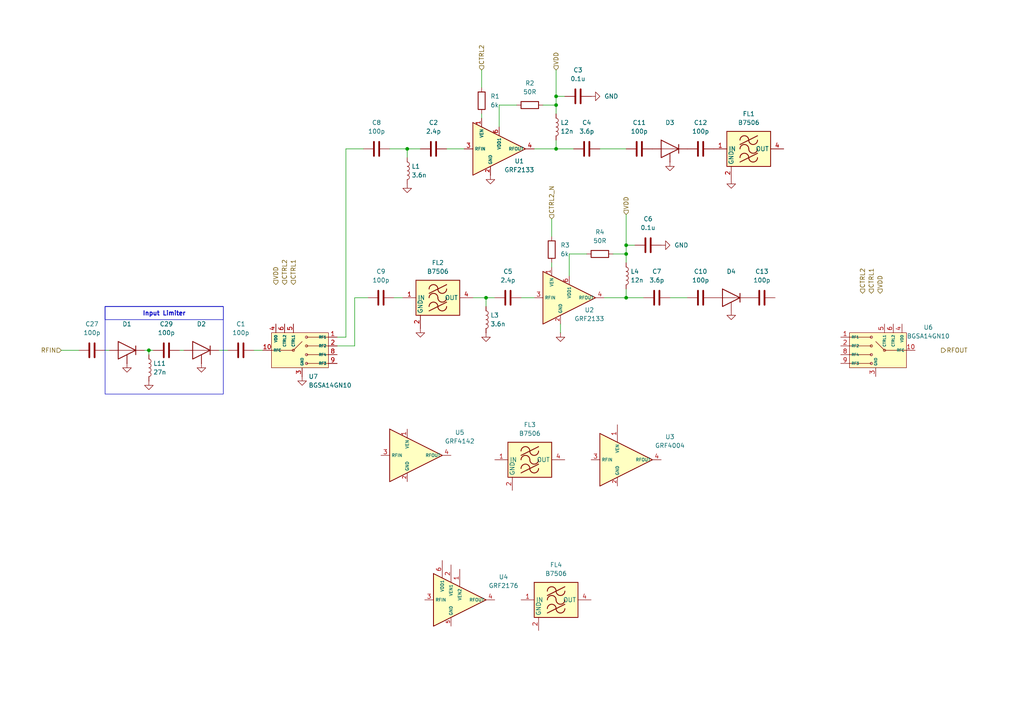
<source format=kicad_sch>
(kicad_sch (version 20250114) (generator "eeschema") (generator_version "9.0")
  (paper "A4")
  (title_block (title "${BOARD}") (date "2025-06-26") (rev "${VERSION}") (company "${COMPANY}"))
  (lib_symbols
    (symbol "Device:C" (pin_numbers (hide yes)) (pin_names (offset 0.254))
      (property "Reference" "C" (at 0.635 2.54 0))
      (property "Value" "C" (at 0.635 -2.54 0))
      (symbol "C_0_1"
        (polyline (pts (xy -2.032 0.762) (xy 2.032 0.762)) (stroke (width 0.508)))
        (polyline (pts (xy -2.032 -0.762) (xy 2.032 -0.762)) (stroke (width 0.508)))
      )
      (symbol "C_1_1"
        (pin passive line (at 0 3.81 270) (length 2.794) (name "~") (number "1"))
        (pin passive line (at 0 -3.81 90) (length 2.794) (name "~") (number "2"))
      )
    )
    (symbol "Device:L" (pin_numbers (hide yes)) (pin_names (offset 1.016) (hide yes))
      (property "Reference" "L" (at -1.27 0 90))
      (property "Value" "L" (at 1.905 0 90))
      (symbol "L_0_1"
        (arc (start 0 2.54) (mid 0.6323 1.905) (end 0 1.27))
        (arc (start 0 1.27) (mid 0.6323 0.635) (end 0 0))
        (arc (start 0 0) (mid 0.6323 -0.635) (end 0 -1.27))
        (arc (start 0 -1.27) (mid 0.6323 -1.905) (end 0 -2.54))
      )
      (symbol "L_1_1"
        (pin passive line (at 0 3.81 270) (length 1.27) (name "1") (number "1"))
        (pin passive line (at 0 -3.81 90) (length 1.27) (name "2") (number "2"))
      )
    )
    (symbol "Device:R" (pin_numbers (hide yes)) (pin_names (offset 0))
      (property "Reference" "R" (at 2.032 0 90))
      (property "Value" "R" (at 0 0 90))
      (symbol "R_0_1"
        (rectangle (start -1.016 -2.54) (end 1.016 2.54) (stroke (width 0.254)))
      )
      (symbol "R_1_1"
        (pin passive line (at 0 3.81 270) (length 1.27) (name "~") (number "1"))
        (pin passive line (at 0 -3.81 90) (length 1.27) (name "~") (number "2"))
      )
    )
    (symbol "MADL-011023-14150T_1" (pin_numbers (hide yes)) (pin_names (offset 0) (hide yes))
      (property "Reference" "D" (at 0 0 0))
      (property "Value" "MADL-011023-14150T" (at 0 0 0))
      (symbol "MADL-011023-14150T_1_0_1"
        (polyline (pts (xy -2.54 2.54) (xy -2.54 -2.54) (xy 2.54 0) (xy -2.54 2.54)) (stroke (width 0.254)))
        (polyline (pts (xy -2.54 0) (xy 2.54 0)))
        (polyline (pts (xy 2.54 1.27) (xy 2.54 -1.27)) (stroke (width 0.254)))
      )
      (symbol "MADL-011023-14150T_1_1_1"
        (pin passive line (at -5.08 0 0) (length 2.54) (name "RFIN") (number "2"))
        (pin power_in line (at 0 -3.81 90) (length 2.54) (name "GND") (number "1"))
        (pin power_in line (at 0 -3.81 90) (length 2.54) (hide yes) (name "GND") (number "3"))
        (pin power_in line (at 0 -3.81 90) (length 2.54) (hide yes) (name "GND") (number "4"))
        (pin power_in line (at 0 -3.81 90) (length 2.54) (hide yes) (name "GND") (number "6"))
        (pin power_in line (at 0 -3.81 90) (length 2.54) (hide yes) (name "GND") (number "7"))
        (pin passive line (at 5.08 0 180) (length 2.54) (name "RFOUT") (number "5"))
      )
    )
    (symbol "RF_Amplifiers:GRF2133"
      (property "Reference" "U" (at 0 0 0))
      (property "Value" "GRF2133" (at 0 0 0))
      (symbol "GRF2133_1_1"
        (polyline (pts (xy -5.08 7.62) (xy -5.08 -7.62) (xy 10.16 0) (xy -5.08 7.62)) (stroke (width 0.254)) (fill (type color) (color 255 255 194 1)))
        (pin input line (at -7.62 0 0) (length 2.54) (name "RFIN") (number "3"))
        (pin input line (at -2.54 8.89 270) (length 2.54) (name "VEN") (number "1"))
        (pin power_in line (at 0 -7.62 90) (length 2.54) (name "GND") (number "2"))
        (pin power_in line (at 0 -7.62 90) (length 2.54) (hide yes) (name "GND") (number "5"))
        (pin power_in line (at 0 -7.62 90) (length 2.54) (hide yes) (name "GND") (number "7"))
        (pin input line (at 2.54 6.35 270) (length 2.54) (name "VDD1") (number "6"))
        (pin input line (at 12.7 0 180) (length 2.54) (name "RFOUT") (number "4"))
      )
    )
    (symbol "RF_Amplifiers:GRF2176"
      (property "Reference" "U" (at 0 0 0))
      (property "Value" "GRF2176" (at 0 0 0))
      (symbol "GRF2176_1_1"
        (polyline (pts (xy -6.35 7.62) (xy -6.35 -7.62) (xy 8.89 0) (xy -6.35 7.62)) (stroke (width 0.254)) (fill (type color) (color 255 255 194 1)))
        (pin input line (at -8.89 0 0) (length 2.54) (name "RFIN") (number "3"))
        (pin input line (at -3.81 11.43 270) (length 5.08) (name "VDD1") (number "6"))
        (pin input line (at -1.27 10.16 270) (length 5.08) (name "VEN1") (number "2"))
        (pin power_in line (at -1.27 -7.62 90) (length 2.54) (name "GND") (number "5"))
        (pin power_in line (at -1.27 -7.62 90) (length 2.54) (hide yes) (name "GND") (number "7"))
        (pin input line (at 1.27 8.89 270) (length 5.08) (name "VEN2") (number "1"))
        (pin input line (at 11.43 0 180) (length 2.54) (name "RFOUT") (number "4"))
      )
    )
    (symbol "RF_Amplifiers:GRF4004"
      (property "Reference" "U" (at 0 0 0))
      (property "Value" "GRF4004" (at 0 0 0))
      (symbol "GRF4004_1_1"
        (polyline (pts (xy -5.08 7.62) (xy -5.08 -7.62) (xy 10.16 0) (xy -5.08 7.62)) (stroke (width 0.254)) (fill (type color) (color 255 255 194 1)))
        (pin input line (at -7.62 0 0) (length 2.54) (name "RFIN") (number "3"))
        (pin input line (at 0 10.16 270) (length 5.08) (name "VEN") (number "1"))
        (pin power_in line (at 0 -7.62 90) (length 2.54) (name "GND") (number "2"))
        (pin power_in line (at 0 -7.62 90) (length 2.54) (hide yes) (name "GND") (number "5"))
        (pin power_in line (at 0 -7.62 90) (length 2.54) (hide yes) (name "GND") (number "6"))
        (pin power_in line (at 0 -7.62 90) (length 2.54) (hide yes) (name "GND") (number "7"))
        (pin input line (at 12.7 0 180) (length 2.54) (name "RFOUT") (number "4"))
      )
    )
    (symbol "RF_Amplifiers:GRF4142"
      (property "Reference" "U" (at 0 0 0))
      (property "Value" "GRF4142" (at 0 0 0))
      (symbol "GRF4142_1_1"
        (polyline (pts (xy -7.62 7.62) (xy -7.62 -7.62) (xy 7.62 0) (xy -7.62 7.62)) (stroke (width 0.254)) (fill (type color) (color 255 255 194 1)))
        (pin input line (at -10.16 0 0) (length 2.54) (name "RFIN") (number "3"))
        (pin input line (at -2.54 7.62 270) (length 2.54) (name "VEN") (number "1"))
        (pin power_in line (at -2.54 -7.62 90) (length 2.54) (name "GND") (number "2"))
        (pin power_in line (at -2.54 -7.62 90) (length 2.54) (hide yes) (name "GND") (number "5"))
        (pin input line (at -2.54 -7.62 90) (length 2.54) (hide yes) (name "GND") (number "6"))
        (pin power_in line (at -2.54 -7.62 90) (length 2.54) (hide yes) (name "GND") (number "7"))
        (pin input line (at 10.16 0 180) (length 2.54) (name "RFOUT") (number "4"))
      )
    )
    (symbol "RF_Diodes:MADL-011023-14150T" (pin_numbers (hide yes)) (pin_names (offset 0) (hide yes))
      (property "Reference" "D" (at 0 0 0))
      (property "Value" "MADL-011023-14150T" (at 0 0 0))
      (symbol "MADL-011023-14150T_0_1"
        (polyline (pts (xy -2.54 2.54) (xy -2.54 -2.54) (xy 2.54 0) (xy -2.54 2.54)) (stroke (width 0.254)))
        (polyline (pts (xy -2.54 0) (xy 2.54 0)))
        (polyline (pts (xy 2.54 1.27) (xy 2.54 -1.27)) (stroke (width 0.254)))
      )
      (symbol "MADL-011023-14150T_1_1"
        (pin passive line (at -5.08 0 0) (length 2.54) (name "RFIN") (number "2"))
        (pin power_in line (at 0 -3.81 90) (length 2.54) (name "GND") (number "1"))
        (pin power_in line (at 0 -3.81 90) (length 2.54) (hide yes) (name "GND") (number "3"))
        (pin power_in line (at 0 -3.81 90) (length 2.54) (hide yes) (name "GND") (number "4"))
        (pin power_in line (at 0 -3.81 90) (length 2.54) (hide yes) (name "GND") (number "6"))
        (pin power_in line (at 0 -3.81 90) (length 2.54) (hide yes) (name "GND") (number "7"))
        (pin passive line (at 5.08 0 180) (length 2.54) (name "RFOUT") (number "5"))
      )
    )
    (symbol "RF_Filters:B7506"
      (property "Reference" "FL" (at 0 0 0))
      (property "Value" "B7506" (at 0 0 0))
      (symbol "B7506_0_1"
        (polyline (pts (xy -2.54 1.27) (xy 2.54 3.81)) (stroke (width 0.254)))
        (polyline (pts (xy -2.54 -3.81) (xy 2.54 -1.27)) (stroke (width 0.254)))
        (arc (start -2.54 2.54) (mid -1.27 3.8045) (end 0 2.54) (stroke (width 0.254)))
        (arc (start -2.54 0) (mid -1.27 1.2645) (end 0 0) (stroke (width 0.254)))
        (arc (start -2.54 -2.54) (mid -1.27 -1.2755) (end 0 -2.54) (stroke (width 0.254)))
        (arc (start 2.54 2.54) (mid 1.27 1.2755) (end 0 2.54) (stroke (width 0.254)))
        (arc (start 2.54 0) (mid 1.27 -1.2645) (end 0 0) (stroke (width 0.254)))
        (arc (start 2.54 -2.54) (mid 1.27 -3.8045) (end 0 -2.54) (stroke (width 0.254)))
      )
      (symbol "B7506_1_1"
        (rectangle (start -6.35 5.08) (end 6.35 -5.08) (stroke (width 0.254)) (fill (type background)))
        (pin input line (at -10.16 0 0) (length 3.81) (name "IN") (number "1"))
        (pin power_in line (at -5.08 -8.89 90) (length 3.81) (name "GND") (number "2"))
        (pin power_in line (at -5.08 -8.89 90) (length 3.81) (hide yes) (name "GND") (number "3"))
        (pin power_in line (at -5.08 -8.89 90) (length 3.81) (hide yes) (name "GND") (number "5"))
        (pin output line (at 10.16 0 180) (length 3.81) (name "OUT") (number "4"))
      )
    )
    (symbol "RF_Switches:BGSA14GN10"
      (property "Reference" "U" (at -8.89 -1.27 0))
      (property "Value" "BGSA14GN10" (at 0 0 0))
      (symbol "BGSA14GN10_0_1"
        (polyline (pts (xy -8.89 0) (xy -2.54 0)))
        (circle (center -2.54 0) (radius 0.3363))
        (polyline (pts (xy 1.27 3.81) (xy 7.62 3.81)))
        (polyline (pts (xy 1.27 1.27) (xy 7.62 1.27)))
        (circle (center 1.27 1.27) (radius 0.3363))
        (polyline (pts (xy 1.27 -1.27) (xy 7.62 -1.27)))
        (polyline (pts (xy 1.27 -3.81) (xy 7.62 -3.81)))
      )
      (symbol "BGSA14GN10_1_1"
        (rectangle (start -8.89 5.08) (end 7.62 -5.08) (fill (type color) (color 255 255 194 1)))
        (polyline (pts (xy -2.54 0) (xy 0 2.54)))
        (circle (center 1.27 3.81) (radius 0.3363) (fill (type color) (color 255 255 255 1)))
        (circle (center 1.27 -1.27) (radius 0.3363) (fill (type color) (color 255 255 255 1)))
        (circle (center 1.27 -3.81) (radius 0.3363) (fill (type color) (color 255 255 255 1)))
        (pin passive line (at -11.43 0 0) (length 2.54) (name "RFC") (number "10"))
        (pin power_in line (at -7.62 7.62 270) (length 2.54) (name "VDD") (number "4"))
        (pin passive line (at -5.08 7.62 270) (length 2.54) (name "CTRL2") (number "6"))
        (pin passive line (at -2.54 7.62 270) (length 2.54) (name "CTRL1") (number "5"))
        (pin power_in line (at 0 -7.62 90) (length 2.54) (name "GND") (number "3"))
        (pin power_in line (at 0 -7.62 90) (length 2.54) (hide yes) (name "GND") (number "7"))
        (pin passive line (at 10.16 3.81 180) (length 2.54) (name "RF1") (number "1"))
        (pin passive line (at 10.16 1.27 180) (length 2.54) (name "RF2") (number "2"))
        (pin passive line (at 10.16 -1.27 180) (length 2.54) (name "RF4") (number "8"))
        (pin passive line (at 10.16 -3.81 180) (length 2.54) (name "RF3") (number "9"))
      )
    )
    (symbol "power:GND" (power) (pin_numbers (hide yes)) (pin_names (offset 0) (hide yes))
      (property "Value" "GND" (at 0 -3.81 0))
      (symbol "GND_0_1"
        (polyline (pts (xy 0 0) (xy 0 -1.27) (xy 1.27 -1.27) (xy 0 -2.54) (xy -1.27 -1.27) (xy 0 -1.27)))
      )
      (symbol "GND_1_1"
        (pin power_in line (at 0 0 270) (length 0) (name "~") (number "1"))
      )
    )
  )
  (rectangle (start 30.48 88.9) (end 64.77 114.3))
  (text_box "Input Limiter" (at 30.48 88.9 0) (size 34.29 3.81) (margins 0.9525 0.9525 0.9525 0.9525) (effects (font (size 1.27 1.27) (thickness 0.254) (bold yes))))
  (junction (at 161.29 27.94))
  (junction (at 181.61 71.12))
  (junction (at 43.18 101.6))
  (junction (at 161.29 43.18))
  (junction (at 181.61 86.36))
  (junction (at 118.11 43.18))
  (junction (at 140.97 86.36))
  (junction (at 161.29 30.48))
  (junction (at 181.61 73.66))
  (wire (pts (xy 17.78 101.6) (xy 22.86 101.6)))
  (wire (pts (xy 161.29 30.48) (xy 161.29 33.02)))
  (wire (pts (xy 181.61 73.66) (xy 181.61 76.2)))
  (wire (pts (xy 43.18 101.6) (xy 43.18 102.87)))
  (wire (pts (xy 52.07 101.6) (xy 53.34 101.6)))
  (wire (pts (xy 149.86 30.48) (xy 144.78 30.48)))
  (wire (pts (xy 170.18 73.66) (xy 165.1 73.66)))
  (wire (pts (xy 199.39 86.36) (xy 194.31 86.36)))
  (wire (pts (xy 139.7 20.32) (xy 139.7 25.4)))
  (wire (pts (xy 160.02 63.5) (xy 160.02 68.58)))
  (wire (pts (xy 162.56 96.52) (xy 162.56 93.98)))
  (wire (pts (xy 144.78 30.48) (xy 144.78 36.83)))
  (wire (pts (xy 165.1 73.66) (xy 165.1 80.01)))
  (wire (pts (xy 100.33 43.18) (xy 105.41 43.18)))
  (wire (pts (xy 97.79 97.79) (xy 100.33 97.79)))
  (wire (pts (xy 118.11 43.18) (xy 118.11 45.72)))
  (wire (pts (xy 140.97 86.36) (xy 140.97 88.9)))
  (wire (pts (xy 73.66 101.6) (xy 76.2 101.6)))
  (wire (pts (xy 121.92 43.18) (xy 118.11 43.18)))
  (wire (pts (xy 143.51 86.36) (xy 140.97 86.36)))
  (wire (pts (xy 157.48 30.48) (xy 161.29 30.48)))
  (wire (pts (xy 177.8 73.66) (xy 181.61 73.66)))
  (wire (pts (xy 151.13 86.36) (xy 154.94 86.36)))
  (wire (pts (xy 41.91 101.6) (xy 43.18 101.6)))
  (wire (pts (xy 161.29 27.94) (xy 161.29 30.48)))
  (wire (pts (xy 181.61 71.12) (xy 181.61 73.66)))
  (wire (pts (xy 113.03 43.18) (xy 118.11 43.18)))
  (wire (pts (xy 181.61 83.82) (xy 181.61 86.36)))
  (wire (pts (xy 161.29 40.64) (xy 161.29 43.18)))
  (wire (pts (xy 161.29 20.32) (xy 161.29 27.94)))
  (wire (pts (xy 181.61 62.23) (xy 181.61 71.12)))
  (wire (pts (xy 43.18 101.6) (xy 44.45 101.6)))
  (wire (pts (xy 137.16 86.36) (xy 140.97 86.36)))
  (wire (pts (xy 161.29 43.18) (xy 166.37 43.18)))
  (wire (pts (xy 181.61 86.36) (xy 186.69 86.36)))
  (wire (pts (xy 154.94 43.18) (xy 161.29 43.18)))
  (wire (pts (xy 175.26 86.36) (xy 181.61 86.36)))
  (wire (pts (xy 102.87 86.36) (xy 106.68 86.36)))
  (wire (pts (xy 173.99 43.18) (xy 181.61 43.18)))
  (wire (pts (xy 114.3 86.36) (xy 116.84 86.36)))
  (wire (pts (xy 129.54 43.18) (xy 134.62 43.18)))
  (wire (pts (xy 102.87 100.33) (xy 102.87 86.36)))
  (wire (pts (xy 163.83 27.94) (xy 161.29 27.94)))
  (wire (pts (xy 184.15 71.12) (xy 181.61 71.12)))
  (wire (pts (xy 30.48 101.6) (xy 31.75 101.6)))
  (wire (pts (xy 100.33 43.18) (xy 100.33 97.79)))
  (wire (pts (xy 139.7 33.02) (xy 139.7 34.29)))
  (wire (pts (xy 160.02 76.2) (xy 160.02 77.47)))
  (wire (pts (xy 63.5 101.6) (xy 66.04 101.6)))
  (wire (pts (xy 97.79 100.33) (xy 102.87 100.33)))
  (hierarchical_label "CTRL1" (shape input) (at 85.09 82.55 90))
  (hierarchical_label "VDD" (shape input) (at 161.29 20.32 90))
  (hierarchical_label "CTRL2" (shape input) (at 139.7 20.32 90))
  (hierarchical_label "CTRL2_N" (shape input) (at 160.02 63.5 90))
  (hierarchical_label "VDD" (shape input) (at 181.61 62.23 90))
  (hierarchical_label "VDD" (shape input) (at 255.27 85.09 90))
  (hierarchical_label "RFIN" (shape input) (at 17.78 101.6 180))
  (hierarchical_label "CTRL2" (shape input) (at 250.19 85.09 90))
  (hierarchical_label "RFOUT" (shape output) (at 273.05 101.6 0))
  (hierarchical_label "CTRL1" (shape input) (at 252.73 85.09 90))
  (hierarchical_label "CTRL2" (shape input) (at 82.55 82.55 90))
  (hierarchical_label "VDD" (shape input) (at 80.01 82.55 90))
  (symbol (lib_id "power:GND") (at 58.42 105.41 0) (unit 1)
    (property "Reference" "#PWR041" (effects (hide yes)))
    (property "Value" "GND" (effects (hide yes)))
    (property "Description" "Power symbol creates a global label with name \"GND\" , ground" (effects (hide yes)))
  )
  (symbol (lib_id "RF_Amplifiers:GRF2176") (at 132.08 173.99 0) (unit 1)
    (property "Reference" "U4" (at 146.05 167.3411 0))
    (property "Value" "GRF2176" (at 146.05 169.8811 0))
    (property "Footprint" "RF_Amplifiers:GRF_DFN-6_1EP_1.5x1.5mm" (effects (hide yes)))
    (property "Datasheet" "kicad-embed://GRF2176DS.pdf" (effects (hide yes)))
    (property "Description" "LNA with Selectable Gain / 0.5-6GHz" (effects (hide yes)))
    (property "Manufacturer" "Guerrilla RF" (effects (hide yes)))
    (property "Manufacturer Part Number" "GRF2176" (effects (hide yes)))
  )
  (symbol (lib_id "Device:C") (at 190.5 86.36 90) (unit 1)
    (property "Reference" "C7" (at 190.5 78.74 90))
    (property "Value" "3.6p" (at 190.5 81.28 90))
    (property "Description" "Unpolarized capacitor" (effects (hide yes)))
  )
  (symbol (lib_id "RF_Diodes:MADL-011023-14150T") (at 58.42 101.6 0) (unit 1)
    (property "Reference" "D2" (at 58.42 93.98 0))
    (property "Value" "MADL-011023-14150T" (effects (hide yes)))
    (property "Footprint" "RF_Diodes:TDFN-6-1EP_1.5x1.2mm_P0.4mm_EP0.47x0.85mm" (effects (hide yes)))
    (property "Datasheet" "https://www.mouser.fr/datasheet/2/249/maom_s_a0004987374_1-2274496.pdf" (effects (hide yes)))
    (property "Description" "PIN Diode Limiter 10 MHz - 12 GHz" (effects (hide yes)))
    (property "Manufacturer" "MACOM" (effects (hide yes)))
    (property "Manufacturer Part Number" "MADL-011023-14150T" (effects (hide yes)))
  )
  (symbol (lib_id "RF_Amplifiers:GRF4004") (at 179.07 133.35 0) (unit 1)
    (property "Reference" "U3" (at 194.31 126.7011 0))
    (property "Value" "GRF4004" (at 194.31 129.2411 0))
    (property "Footprint" "RF_Amplifiers:GRF_DFN-6_1EP_1.5x1.5mm" (effects (hide yes)))
    (property "Datasheet" "kicad-embed://GRF4004DS.pdf" (effects (hide yes)))
    (property "Description" "Broadband LNA / 0.03-3.8GHz" (effects (hide yes)))
    (property "Manufacturer" "Guerrilla RF" (effects (hide yes)))
    (property "Manufacturer Part Number" "GRF4004" (effects (hide yes)))
  )
  (symbol (lib_id "Device:C") (at 203.2 86.36 90) (unit 1)
    (property "Reference" "C10" (at 203.2 78.74 90))
    (property "Value" "100p" (at 203.2 81.28 90))
    (property "Footprint" "Capacitor_SMD:C_0402_1005Metric" (effects (hide yes)))
    (property "Description" "Unpolarized capacitor" (effects (hide yes)))
  )
  (symbol (lib_id "power:GND") (at 212.09 52.07 0) (unit 1)
    (property "Reference" "#PWR05" (effects (hide yes)))
    (property "Value" "GND" (effects (hide yes)))
    (property "Description" "Power symbol creates a global label with name \"GND\" , ground" (effects (hide yes)))
  )
  (symbol (lib_id "Device:R") (at 160.02 72.39 0) (unit 1)
    (property "Reference" "R3" (at 162.56 71.12 0) (effects (justify left)))
    (property "Value" "6k" (at 162.56 73.66 0) (effects (justify left)))
    (property "Description" "Resistor" (effects (hide yes)))
  )
  (symbol (lib_id "RF_Switches:BGSA14GN10") (at 254 101.6 0) (mirror y) (unit 1)
    (property "Reference" "U6" (at 269.24 94.9511 0))
    (property "Value" "BGSA14GN10" (at 269.24 97.4911 0))
    (property "Footprint" "RF_Switches:TSNP-10" (effects (hide yes)))
    (property "Datasheet" "kicad-embed://Infineon_BGSA14GN10_DataSheet_v03_01_EN-3360815.pdf" (effects (hide yes)))
    (property "Description" "CI commutateurs RF CMOS SWITCH" (effects (hide yes)))
    (property "Manufacturer" "Infineon Technologies " (effects (hide yes)))
    (property "Manufacturer Part Number" "BGSA14GN10E6327XTSA1 " (effects (hide yes)))
  )
  (symbol (lib_id "RF_Filters:B7506") (at 161.29 173.99 0) (unit 1)
    (property "Reference" "FL4" (at 161.29 163.83 0))
    (property "Value" "B7506" (at 161.29 166.37 0))
    (property "Footprint" "RF_Filters:Qualcomm Filters - Fused" (effects (hide yes)))
    (property "Datasheet" "kicad-embed://Qualcomm_B7506-3463929.pdf" (effects (hide yes)))
    (property "Description" "SAW Filter WLAN 2G; Bluetooth" (effects (hide yes)))
    (property "Manufacturer" "Qualcomm RF360" (effects (hide yes)))
    (property "Manufacturer Part Number" "B39242B7506P810" (effects (hide yes)))
    (property "Alternative parts" "B4347; B4913" (effects (hide yes)))
  )
  (symbol (lib_id "Device:L") (at 140.97 92.71 0) (unit 1)
    (property "Reference" "L3" (at 142.24 91.44 0) (effects (justify left)))
    (property "Value" "3.6n" (at 142.24 93.98 0) (effects (justify left)))
    (property "Description" "Inductor" (effects (hide yes)))
  )
  (symbol (lib_id "power:GND") (at 43.18 110.49 0) (unit 1)
    (property "Reference" "#PWR039" (effects (hide yes)))
    (property "Value" "GND" (effects (hide yes)))
    (property "Description" "Power symbol creates a global label with name \"GND\" , ground" (effects (hide yes)))
  )
  (symbol (lib_id "power:GND") (at 171.45 27.94 90) (unit 1)
    (property "Reference" "#PWR04" (effects (hide yes)))
    (property "Value" "GND" (at 175.26 27.94 90) (effects (justify right)))
    (property "Description" "Power symbol creates a global label with name \"GND\" , ground" (effects (hide yes)))
  )
  (symbol (lib_id "Device:C") (at 125.73 43.18 90) (unit 1)
    (property "Reference" "C2" (at 125.73 35.56 90))
    (property "Value" "2.4p" (at 125.73 38.1 90))
    (property "Description" "Unpolarized capacitor" (effects (hide yes)))
  )
  (symbol (lib_id "Device:C") (at 203.2 43.18 90) (unit 1)
    (property "Reference" "C12" (at 203.2 35.56 90))
    (property "Value" "100p" (at 203.2 38.1 90))
    (property "Footprint" "Capacitor_SMD:C_0402_1005Metric" (effects (hide yes)))
    (property "Description" "Unpolarized capacitor" (effects (hide yes)))
  )
  (symbol (lib_id "RF_Diodes:MADL-011023-14150T") (at 194.31 43.18 0) (unit 1)
    (property "Reference" "D3" (at 194.31 35.56 0))
    (property "Value" "MADL-011023-14150T" (effects (hide yes)))
    (property "Footprint" "RF_Diodes:TDFN-6-1EP_1.5x1.2mm_P0.4mm_EP0.47x0.85mm" (effects (hide yes)))
    (property "Datasheet" "https://www.mouser.fr/datasheet/2/249/maom_s_a0004987374_1-2274496.pdf" (effects (hide yes)))
    (property "Description" "PIN Diode Limiter 10 MHz - 12 GHz" (effects (hide yes)))
    (property "Manufacturer" "MACOM" (effects (hide yes)))
    (property "Manufacturer Part Number" "MADL-011023-14150T" (effects (hide yes)))
  )
  (symbol (lib_id "Device:C") (at 26.67 101.6 90) (unit 1)
    (property "Reference" "C27" (at 26.67 93.98 90))
    (property "Value" "100p" (at 26.67 96.52 90))
    (property "Footprint" "Capacitor_SMD:C_0402_1005Metric" (effects (hide yes)))
    (property "Description" "Unpolarized capacitor" (effects (hide yes)))
  )
  (symbol (lib_id "RF_Amplifiers:GRF4142") (at 120.65 132.08 0) (unit 1)
    (property "Reference" "U5" (at 133.35 125.4311 0))
    (property "Value" "GRF4142" (at 133.35 127.9711 0))
    (property "Footprint" "RF_Amplifiers:GRF_DFN-6_1EP_1.5x1.5mm" (effects (hide yes)))
    (property "Datasheet" "kicad-embed://GRF4142DS-1713972.pdf" (effects (hide yes)))
    (property "Description" "LNA with Bypass / 0.5-6GHz" (effects (hide yes)))
    (property "Manufacturer" "Guerrilla RF" (effects (hide yes)))
    (property "Manufacturer Part Number" "GRF4142" (effects (hide yes)))
  )
  (symbol (lib_id "Device:C") (at 110.49 86.36 90) (unit 1)
    (property "Reference" "C9" (at 110.49 78.74 90))
    (property "Value" "100p" (at 110.49 81.28 90))
    (property "Description" "Unpolarized capacitor" (effects (hide yes)))
  )
  (symbol (lib_id "power:GND") (at 162.56 96.52 0) (unit 1)
    (property "Reference" "#PWR?" (effects (hide yes)))
    (property "Value" "GND" (effects (hide yes)))
    (property "Description" "Power symbol creates a global label with name \"GND\" , ground" (effects (hide yes)))
  )
  (symbol (lib_id "RF_Filters:B7506") (at 127 86.36 0) (unit 1)
    (property "Reference" "FL2" (at 127 76.2 0))
    (property "Value" "B7506" (at 127 78.74 0))
    (property "Footprint" "RF_Filters:Qualcomm Filters - Fused" (effects (hide yes)))
    (property "Datasheet" "kicad-embed://Qualcomm_B7506-3463929.pdf" (effects (hide yes)))
    (property "Description" "SAW Filter WLAN 2G; Bluetooth" (effects (hide yes)))
    (property "Manufacturer" "Qualcomm RF360" (effects (hide yes)))
    (property "Manufacturer Part Number" "B39242B7506P810" (effects (hide yes)))
    (property "Alternative parts" "B4347; B4913" (effects (hide yes)))
  )
  (symbol (lib_id "power:GND") (at 121.92 95.25 0) (unit 1)
    (property "Reference" "#PWR06" (effects (hide yes)))
    (property "Value" "GND" (effects (hide yes)))
    (property "Description" "Power symbol creates a global label with name \"GND\" , ground" (effects (hide yes)))
  )
  (symbol (lib_id "Device:L") (at 43.18 106.68 0) (unit 1)
    (property "Reference" "L11" (at 44.45 105.4099 0) (effects (justify left)))
    (property "Value" "27n" (at 44.45 107.9499 0) (effects (justify left)))
    (property "Footprint" "Inductor_SMD:L_0402_1005Metric" (effects (hide yes)))
    (property "Description" "Inductor" (effects (hide yes)))
  )
  (symbol (lib_id "power:GND") (at 118.11 53.34 0) (unit 1)
    (property "Reference" "#PWR02" (effects (hide yes)))
    (property "Value" "GND" (effects (hide yes)))
    (property "Description" "Power symbol creates a global label with name \"GND\" , ground" (effects (hide yes)))
  )
  (symbol (lib_id "power:GND") (at 191.77 71.12 90) (unit 1)
    (property "Reference" "#PWR?" (effects (hide yes)))
    (property "Value" "GND" (at 195.58 71.12 90) (effects (justify right)))
    (property "Description" "Power symbol creates a global label with name \"GND\" , ground" (effects (hide yes)))
  )
  (symbol (lib_id "power:GND") (at 36.83 105.41 0) (unit 1)
    (property "Reference" "#PWR037" (effects (hide yes)))
    (property "Value" "GND" (effects (hide yes)))
    (property "Description" "Power symbol creates a global label with name \"GND\" , ground" (effects (hide yes)))
  )
  (symbol (lib_id "Device:C") (at 69.85 101.6 90) (unit 1)
    (property "Reference" "C1" (at 69.85 93.98 90))
    (property "Value" "100p" (at 69.85 96.52 90))
    (property "Footprint" "Capacitor_SMD:C_0402_1005Metric" (effects (hide yes)))
    (property "Description" "Unpolarized capacitor" (effects (hide yes)))
  )
  (symbol (lib_id "RF_Amplifiers:GRF2133") (at 142.24 43.18 0) (unit 1)
    (property "Reference" "U1" (at 150.622 46.736 0))
    (property "Value" "GRF2133" (at 150.622 49.276 0))
    (property "Footprint" "RF_Amplifiers:GRF_DFN-6_1EP_1.5x1.5mm" (effects (hide yes)))
    (property "Datasheet" "kicad-embed://GRF2133DS.pdf" (effects (hide yes)))
    (property "Description" "Ultra-High Gain LNA / 0.1-4.2GHz" (effects (hide yes)))
    (property "Manufacturer" "Guerrilla RF" (effects (hide yes)))
    (property "Manufacturer Part Number" "GRF2133" (effects (hide yes)))
  )
  (symbol (lib_id "RF_Filters:B7506") (at 217.17 43.18 0) (unit 1)
    (property "Reference" "FL1" (at 217.17 33.02 0))
    (property "Value" "B7506" (at 217.17 35.56 0))
    (property "Footprint" "RF_Filters:Qualcomm Filters - Fused" (effects (hide yes)))
    (property "Datasheet" "kicad-embed://Qualcomm_B7506-3463929.pdf" (effects (hide yes)))
    (property "Description" "SAW Filter WLAN 2G; Bluetooth" (effects (hide yes)))
    (property "Manufacturer" "Qualcomm RF360" (effects (hide yes)))
    (property "Manufacturer Part Number" "B39242B7506P810" (effects (hide yes)))
    (property "Alternative parts" "B4347; B4913" (effects (hide yes)))
  )
  (symbol (lib_id "Device:C") (at 109.22 43.18 90) (unit 1)
    (property "Reference" "C8" (at 109.22 35.56 90))
    (property "Value" "100p" (at 109.22 38.1 90))
    (property "Description" "Unpolarized capacitor" (effects (hide yes)))
  )
  (symbol (lib_id "Device:R") (at 153.67 30.48 90) (unit 1)
    (property "Reference" "R2" (at 153.67 24.13 90))
    (property "Value" "50R" (at 153.67 26.67 90))
    (property "Description" "Resistor" (effects (hide yes)))
  )
  (symbol (lib_id "Device:L") (at 118.11 49.53 0) (unit 1)
    (property "Reference" "L1" (at 119.38 48.26 0) (effects (justify left)))
    (property "Value" "3.6n" (at 119.38 50.8 0) (effects (justify left)))
    (property "Description" "Inductor" (effects (hide yes)))
  )
  (symbol (lib_id "power:GND") (at 140.97 96.52 0) (unit 1)
    (property "Reference" "#PWR?" (effects (hide yes)))
    (property "Value" "GND" (effects (hide yes)))
    (property "Description" "Power symbol creates a global label with name \"GND\" , ground" (effects (hide yes)))
  )
  (symbol (lib_id "Device:C") (at 187.96 71.12 90) (unit 1)
    (property "Reference" "C6" (at 187.96 63.5 90))
    (property "Value" "0.1u" (at 187.96 66.04 90))
    (property "Description" "Unpolarized capacitor" (effects (hide yes)))
  )
  (symbol (lib_id "RF_Diodes:MADL-011023-14150T") (at 212.09 86.36 0) (unit 1)
    (property "Reference" "D4" (at 212.09 78.74 0))
    (property "Value" "MADL-011023-14150T" (effects (hide yes)))
    (property "Footprint" "RF_Diodes:TDFN-6-1EP_1.5x1.2mm_P0.4mm_EP0.47x0.85mm" (effects (hide yes)))
    (property "Datasheet" "https://www.mouser.fr/datasheet/2/249/maom_s_a0004987374_1-2274496.pdf" (effects (hide yes)))
    (property "Description" "PIN Diode Limiter 10 MHz - 12 GHz" (effects (hide yes)))
    (property "Manufacturer" "MACOM" (effects (hide yes)))
    (property "Manufacturer Part Number" "MADL-011023-14150T" (effects (hide yes)))
  )
  (symbol (lib_id "Device:C") (at 170.18 43.18 90) (unit 1)
    (property "Reference" "C4" (at 170.18 35.56 90))
    (property "Value" "3.6p" (at 170.18 38.1 90))
    (property "Description" "Unpolarized capacitor" (effects (hide yes)))
  )
  (symbol (lib_id "Device:C") (at 167.64 27.94 90) (unit 1)
    (property "Reference" "C3" (at 167.64 20.32 90))
    (property "Value" "0.1u" (at 167.64 22.86 90))
    (property "Description" "Unpolarized capacitor" (effects (hide yes)))
  )
  (symbol (lib_id "power:GND") (at 212.09 90.17 0) (unit 1)
    (property "Reference" "#PWR08" (effects (hide yes)))
    (property "Value" "GND" (effects (hide yes)))
    (property "Description" "Power symbol creates a global label with name \"GND\" , ground" (effects (hide yes)))
  )
  (symbol (lib_id "Device:R") (at 139.7 29.21 0) (unit 1)
    (property "Reference" "R1" (at 142.24 27.94 0) (effects (justify left)))
    (property "Value" "6k" (at 142.24 30.48 0) (effects (justify left)))
    (property "Description" "Resistor" (effects (hide yes)))
  )
  (symbol (lib_id "RF_Filters:B7506") (at 153.67 133.35 0) (unit 1)
    (property "Reference" "FL3" (at 153.67 123.19 0))
    (property "Value" "B7506" (at 153.67 125.73 0))
    (property "Footprint" "RF_Filters:Qualcomm Filters - Fused" (effects (hide yes)))
    (property "Datasheet" "kicad-embed://Qualcomm_B7506-3463929.pdf" (effects (hide yes)))
    (property "Description" "SAW Filter WLAN 2G; Bluetooth" (effects (hide yes)))
    (property "Manufacturer" "Qualcomm RF360" (effects (hide yes)))
    (property "Manufacturer Part Number" "B39242B7506P810" (effects (hide yes)))
    (property "Alternative parts" "B4347; B4913" (effects (hide yes)))
  )
  (symbol (lib_id "RF_Switches:BGSA14GN10") (at 87.63 101.6 0) (unit 1)
    (property "Reference" "U7" (at 89.4926 109.22 0) (effects (justify left)))
    (property "Value" "BGSA14GN10" (at 89.4926 111.76 0) (effects (justify left)))
    (property "Footprint" "RF_Switches:TSNP-10" (effects (hide yes)))
    (property "Datasheet" "kicad-embed://Infineon_BGSA14GN10_DataSheet_v03_01_EN-3360815.pdf" (effects (hide yes)))
    (property "Description" "CI commutateurs RF CMOS SWITCH" (effects (hide yes)))
    (property "Manufacturer" "Infineon Technologies " (effects (hide yes)))
    (property "Manufacturer Part Number" "BGSA14GN10E6327XTSA1 " (effects (hide yes)))
  )
  (symbol (lib_id "RF_Amplifiers:GRF2133") (at 162.56 86.36 0) (unit 1)
    (property "Reference" "U2" (at 170.942 89.916 0))
    (property "Value" "GRF2133" (at 170.942 92.456 0))
    (property "Footprint" "RF_Amplifiers:GRF_DFN-6_1EP_1.5x1.5mm" (effects (hide yes)))
    (property "Datasheet" "kicad-embed://GRF2133DS.pdf" (effects (hide yes)))
    (property "Description" "Ultra-High Gain LNA / 0.1-4.2GHz" (effects (hide yes)))
    (property "Manufacturer" "Guerrilla RF" (effects (hide yes)))
    (property "Manufacturer Part Number" "GRF2133" (effects (hide yes)))
  )
  (symbol (lib_id "Device:C") (at 48.26 101.6 90) (unit 1)
    (property "Reference" "C29" (at 48.26 93.98 90))
    (property "Value" "100p" (at 48.26 96.52 90))
    (property "Footprint" "Capacitor_SMD:C_0402_1005Metric" (effects (hide yes)))
    (property "Description" "Unpolarized capacitor" (effects (hide yes)))
  )
  (symbol (lib_id "Device:L") (at 161.29 36.83 0) (unit 1)
    (property "Reference" "L2" (at 162.56 35.56 0) (effects (justify left)))
    (property "Value" "12n" (at 162.56 38.1 0) (effects (justify left)))
    (property "Description" "Inductor" (effects (hide yes)))
  )
  (symbol (lib_id "Device:C") (at 220.98 86.36 90) (unit 1)
    (property "Reference" "C13" (at 220.98 78.74 90))
    (property "Value" "100p" (at 220.98 81.28 90))
    (property "Footprint" "Capacitor_SMD:C_0402_1005Metric" (effects (hide yes)))
    (property "Description" "Unpolarized capacitor" (effects (hide yes)))
  )
  (symbol (lib_id "Device:R") (at 173.99 73.66 90) (unit 1)
    (property "Reference" "R4" (at 173.99 67.31 90))
    (property "Value" "50R" (at 173.99 69.85 90))
    (property "Description" "Resistor" (effects (hide yes)))
  )
  (symbol (lib_id "Device:L") (at 181.61 80.01 0) (unit 1)
    (property "Reference" "L4" (at 182.88 78.74 0) (effects (justify left)))
    (property "Value" "12n" (at 182.88 81.28 0) (effects (justify left)))
    (property "Description" "Inductor" (effects (hide yes)))
  )
  (symbol (lib_name "MADL-011023-14150T_1") (lib_id "RF_Diodes:MADL-011023-14150T") (at 36.83 101.6 0) (unit 1)
    (property "Reference" "D1" (at 36.83 93.98 0))
    (property "Value" "MADL-011023-14150T" (effects (hide yes)))
    (property "Footprint" "RF_Diodes:TDFN-6-1EP_1.5x1.2mm_P0.4mm_EP0.47x0.85mm" (effects (hide yes)))
    (property "Datasheet" "https://www.mouser.fr/datasheet/2/249/maom_s_a0004987374_1-2274496.pdf" (effects (hide yes)))
    (property "Description" "PIN Diode Limiter 10 MHz - 12 GHz" (effects (hide yes)))
    (property "Manufacturer" "MACOM" (effects (hide yes)))
    (property "Manufacturer Part Number" "MADL-011023-14150T" (effects (hide yes)))
  )
  (symbol (lib_id "power:GND") (at 194.31 46.99 0) (unit 1)
    (property "Reference" "#PWR07" (effects (hide yes)))
    (property "Value" "GND" (effects (hide yes)))
    (property "Description" "Power symbol creates a global label with name \"GND\" , ground" (effects (hide yes)))
  )
  (symbol (lib_id "Device:C") (at 185.42 43.18 90) (unit 1)
    (property "Reference" "C11" (at 185.42 35.56 90))
    (property "Value" "100p" (at 185.42 38.1 90))
    (property "Footprint" "Capacitor_SMD:C_0402_1005Metric" (effects (hide yes)))
    (property "Description" "Unpolarized capacitor" (effects (hide yes)))
  )
  (symbol (lib_id "power:GND") (at 142.24 50.8 0) (unit 1)
    (property "Reference" "#PWR03" (effects (hide yes)))
    (property "Value" "GND" (effects (hide yes)))
    (property "Description" "Power symbol creates a global label with name \"GND\" , ground" (effects (hide yes)))
  )
  (symbol (lib_id "power:GND") (at 87.63 109.22 0) (unit 1)
    (property "Reference" "#PWR01" (effects (hide yes)))
    (property "Value" "GND" (effects (hide yes)))
    (property "Description" "Power symbol creates a global label with name \"GND\" , ground" (effects (hide yes)))
  )
  (symbol (lib_id "Device:C") (at 147.32 86.36 90) (unit 1)
    (property "Reference" "C5" (at 147.32 78.74 90))
    (property "Value" "2.4p" (at 147.32 81.28 90))
    (property "Description" "Unpolarized capacitor" (effects (hide yes)))
  )
)
</source>
